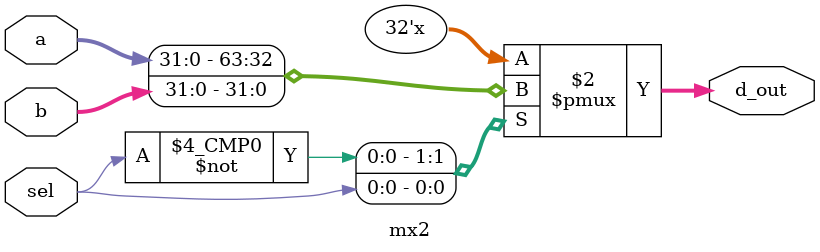
<source format=v>
module mx2(a, b, sel, d_out); // 2-to-1 Mux
input	[31:0] a, b;
input sel; // sel(select signal)
output reg [31:0] d_out; 
	
always@(sel, a, b)
	begin
		case(sel)
			1'b0 : d_out = a;
			1'b1 : d_out = b;
			default : d_out = 32'bx;
		endcase
	end
endmodule
	
</source>
